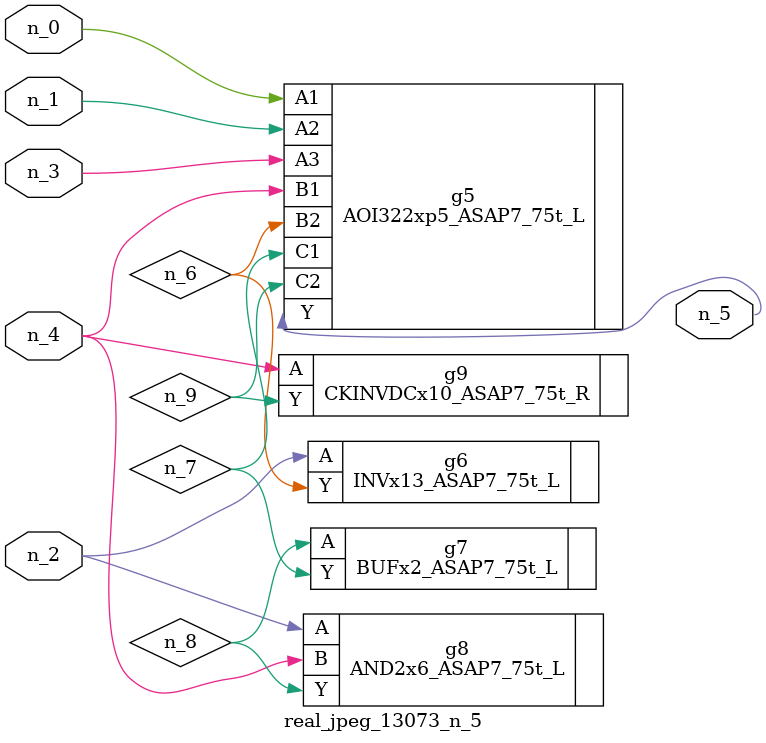
<source format=v>
module real_jpeg_13073_n_5 (n_4, n_0, n_1, n_2, n_3, n_5);

input n_4;
input n_0;
input n_1;
input n_2;
input n_3;

output n_5;

wire n_8;
wire n_6;
wire n_7;
wire n_9;

AOI322xp5_ASAP7_75t_L g5 ( 
.A1(n_0),
.A2(n_1),
.A3(n_3),
.B1(n_4),
.B2(n_6),
.C1(n_7),
.C2(n_9),
.Y(n_5)
);

INVx13_ASAP7_75t_L g6 ( 
.A(n_2),
.Y(n_6)
);

AND2x6_ASAP7_75t_L g8 ( 
.A(n_2),
.B(n_4),
.Y(n_8)
);

CKINVDCx10_ASAP7_75t_R g9 ( 
.A(n_4),
.Y(n_9)
);

BUFx2_ASAP7_75t_L g7 ( 
.A(n_8),
.Y(n_7)
);


endmodule
</source>
